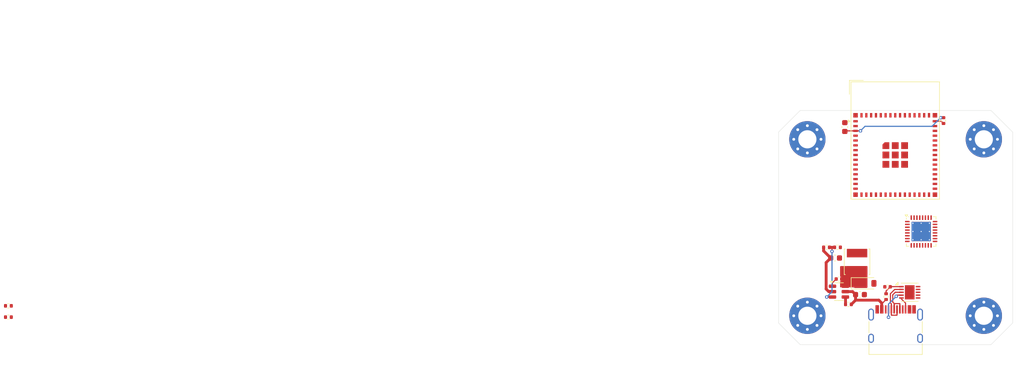
<source format=kicad_pcb>
(kicad_pcb (version 20240108) (generator "pcbnew") (generator_version "8.0")
  (layers (0 "F.Cu" signal) (31 "B.Cu" signal) (34 "B.Paste" user) (35 "F.Paste" user) (36 "B.SilkS" user "B.Silkscreen") (37 "F.SilkS" user "F.Silkscreen") (38 "B.Mask" user) (39 "F.Mask" user) (44 "Edge.Cuts" user))
  (net 0 "")
  (net 1 "GND")
  (net 3 "D+")
  (net 4 "VBUS")
  (net 5 "D-")
  (net 6 "/USB Power/CC2")
  (net 7 "/USB Power/CC1")
  (net 9 "Net-(U3-VIN)")
  (net 10 "+3V3")
  (net 11 "SDA")
  (net 12 "SCL")
  (net 13 "Net-(U1-EN)")
  (net 14 "Net-(D1-K)")
  (net 17 "Net-(IC1-CB)")
  (net 18 "Net-(IC1-EN)")
  (net 19 "Net-(U1-IO0)")
  (net 21 "TX")
  (net 25 "RX")
  (net 30 "FB")
  (net 34 "MS2_1")
  (net 39 "UART")
  (net 42 "CLK")
  (net 44 "+5V")
  (net 45 "OB2")
  (net 47 "OA2")
  (net 49 "OB1")
  (net 56 "MS1_1")
  (net 57 "DIR1")
  (net 58 "OA1")
  (net 59 "DIAG1")
  (net 60 "Net-(U2-VCP)")
  (net 61 "Net-(U2-VREF)")
  (net 62 "EN1")
  (net 63 "INDEX1")
  (net 64 "Net-(U2-BRA)")
  (net 65 "Net-(U2-CPI)")
  (net 66 "Net-(U2-CPO)")
  (net 67 "Net-(U2-BRB)")
  (net 68 "STEP1")
  (footprint "Capacitor_SMD:C_0603_1608Metric" (layer "F.Cu") (at 217.551 95.9602 180)
    (property "Reference" "C11" (hide yes))
    (property "Value" "4u7")
    (fp_line (start -0.140581 0.51) (end 0.140581 0.51) (stroke (width 0.12)) (layer "F.SilkS"))
    (fp_line (start -0.140581 -0.51) (end 0.140581 -0.51) (stroke (width 0.12)) (layer "F.SilkS"))
    (pad "1" smd roundrect (at -0.775 0 180) (size 0.9 0.95) (layers "F.Cu" "F.Paste" "F.Mask") (net 1 "GND"))
    (pad "2" smd roundrect (at 0.775 0 180) (size 0.9 0.95) (layers "F.Cu" "F.Paste" "F.Mask") (net 4 "VBUS"))
  )
  (footprint "Resistor_SMD:R_0402_1005Metric" (layer "F.Cu") (at 215.519 97.6874)
    (property "Reference" "R10" (hide yes))
    (property "Value" "100k")
    (fp_line (start -0.153641 -0.38) (end 0.153641 -0.38) (stroke (width 0.12)) (layer "F.SilkS"))
    (fp_line (start -0.153641 0.38) (end 0.153641 0.38) (stroke (width 0.12)) (layer "F.SilkS"))
    (pad "1" smd roundrect (at -0.509999 0) (size 0.54 0.64) (layers "F.Cu" "F.Paste" "F.Mask") (net 18 "Net-(IC1-EN)"))
    (pad "2" smd roundrect (at 0.509999 0) (size 0.54 0.64) (layers "F.Cu" "F.Paste" "F.Mask") (net 4 "VBUS"))
  )
  (footprint "RF_Module:ESP32-S2-MINI-1" (layer "F.Cu") (at 223.774 68.795)
    (property "Reference" "U1" (hide yes))
    (property "Value" "ESP32-S3-MINI-1")
    (fp_line (start -8.075 -10.6) (end -8.075 -8.15) (stroke (width 0.12)) (layer "F.SilkS"))
    (fp_line (start -8.075 -10.6) (end -5.625 -10.6) (stroke (width 0.12)) (layer "F.SilkS"))
    (fp_line (start -7.8 -10.35) (end 7.8 -10.35) (stroke (width 0.12)) (layer "F.SilkS"))
    (fp_line (start -7.8 10.35) (end -7.8 -10.35) (stroke (width 0.12)) (layer "F.SilkS"))
    (fp_line (start 7.8 -10.35) (end 7.8 10.35) (stroke (width 0.12)) (layer "F.SilkS"))
    (fp_line (start 7.8 10.35) (end -7.8 10.35) (stroke (width 0.12)) (layer "F.SilkS"))
    (fp_poly (pts (xy -7.975 -3.4) (xy -8.311 -3.16) (xy -8.311 -3.64) (xy -7.975 -3.4)) (stroke (width 0.12)) (fill solid) (layer "F.SilkS"))
    (pad "1" smd rect (at -7 -3.4) (size 0.8 0.4) (layers "F.Cu" "F.Paste" "F.Mask") (net 1 "GND"))
    (pad "2" smd rect (at -7 -2.55) (size 0.8 0.4) (layers "F.Cu" "F.Paste" "F.Mask") (net 1 "GND"))
    (pad "3" smd rect (at -7 -1.7) (size 0.8 0.4) (layers "F.Cu" "F.Paste" "F.Mask") (net 10 "+3V3"))
    (pad "4" smd rect (at -7 -0.85) (size 0.8 0.4) (layers "F.Cu" "F.Paste" "F.Mask") (net 19 "Net-(U1-IO0)"))
    (pad "5" smd rect (at -7 0) (size 0.8 0.4) (layers "F.Cu" "F.Paste" "F.Mask") (net 56 "MS1_1"))
    (pad "6" smd rect (at -7 0.85) (size 0.8 0.4) (layers "F.Cu" "F.Paste" "F.Mask") (net 34 "MS2_1"))
    (pad "7" smd rect (at -7 1.7) (size 0.8 0.4) (layers "F.Cu" "F.Paste" "F.Mask"))
    (pad "8" smd rect (at -7 2.55) (size 0.8 0.4) (layers "F.Cu" "F.Paste" "F.Mask") (net 68 "STEP1"))
    (pad "9" smd rect (at -7 3.4) (size 0.8 0.4) (layers "F.Cu" "F.Paste" "F.Mask") (net 57 "DIR1"))
    (pad "10" smd rect (at -7 4.25) (size 0.8 0.4) (layers "F.Cu" "F.Paste" "F.Mask"))
    (pad "11" smd rect (at -7 5.1) (size 0.8 0.4) (layers "F.Cu" "F.Paste" "F.Mask") (net 59 "DIAG1"))
    (pad "12" smd rect (at -7 5.95) (size 0.8 0.4) (layers "F.Cu" "F.Paste" "F.Mask") (net 63 "INDEX1"))
    (pad "13" smd rect (at -7 6.8) (size 0.8 0.4) (layers "F.Cu" "F.Paste" "F.Mask"))
    (pad "14" smd rect (at -7 7.65) (size 0.8 0.4) (layers "F.Cu" "F.Paste" "F.Mask") (net 62 "EN1"))
    (pad "15" smd rect (at -7 8.5) (size 0.8 0.4) (layers "F.Cu" "F.Paste" "F.Mask"))
    (pad "16" smd rect (at -5.95 9.55 90) (size 0.8 0.4) (layers "F.Cu" "F.Paste" "F.Mask") (net 39 "UART"))
    (pad "17" smd rect (at -5.1 9.55 90) (size 0.8 0.4) (layers "F.Cu" "F.Paste" "F.Mask") (net 42 "CLK"))
    (pad "18" smd rect (at -4.25 9.55 90) (size 0.8 0.4) (layers "F.Cu" "F.Paste" "F.Mask"))
    (pad "19" smd rect (at -3.4 9.55 90) (size 0.8 0.4) (layers "F.Cu" "F.Paste" "F.Mask"))
    (pad "20" smd rect (at -2.55 9.55 90) (size 0.8 0.4) (layers "F.Cu" "F.Paste" "F.Mask"))
    (pad "21" smd rect (at -1.7 9.55 90) (size 0.8 0.4) (layers "F.Cu" "F.Paste" "F.Mask"))
    (pad "22" smd rect (at -0.85 9.55 90) (size 0.8 0.4) (layers "F.Cu" "F.Paste" "F.Mask"))
    (pad "23" smd rect (at 0 9.55 90) (size 0.8 0.4) (layers "F.Cu" "F.Paste" "F.Mask"))
    (pad "24" smd rect (at 0.85 9.55 90) (size 0.8 0.4) (layers "F.Cu" "F.Paste" "F.Mask"))
    (pad "25" smd rect (at 1.7 9.55 90) (size 0.8 0.4) (layers "F.Cu" "F.Paste" "F.Mask"))
    (pad "26" smd rect (at 2.55 9.55 90) (size 0.8 0.4) (layers "F.Cu" "F.Paste" "F.Mask"))
    (pad "27" smd rect (at 3.4 9.55 90) (size 0.8 0.4) (layers "F.Cu" "F.Paste" "F.Mask"))
    (pad "28" smd rect (at 4.25 9.55 90) (size 0.8 0.4) (layers "F.Cu" "F.Paste" "F.Mask"))
    (pad "29" smd rect (at 5.1 9.55 90) (size 0.8 0.4) (layers "F.Cu" "F.Paste" "F.Mask"))
    (pad "30" smd rect (at 5.95 9.55 90) (size 0.8 0.4) (layers "F.Cu" "F.Paste" "F.Mask"))
    (pad "31" smd rect (at 7 8.5) (size 0.8 0.4) (layers "F.Cu" "F.Paste" "F.Mask"))
    (pad "32" smd rect (at 7 7.65) (size 0.8 0.4) (layers "F.Cu" "F.Paste" "F.Mask"))
    (pad "33" smd rect (at 7 6.8) (size 0.8 0.4) (layers "F.Cu" "F.Paste" "F.Mask"))
    (pad "34" smd rect (at 7 5.95) (size 0.8 0.4) (layers "F.Cu" "F.Paste" "F.Mask"))
    (pad "35" smd rect (at 7 5.1) (size 0.8 0.4) (layers "F.Cu" "F.Paste" "F.Mask"))
    (pad "36" smd rect (at 7 4.25) (size 0.8 0.4) (layers "F.Cu" "F.Paste" "F.Mask"))
    (pad "37" smd rect (at 7 3.4) (size 0.8 0.4) (layers "F.Cu" "F.Paste" "F.Mask"))
    (pad "38" smd rect (at 7 2.55) (size 0.8 0.4) (layers "F.Cu" "F.Paste" "F.Mask"))
    (pad "39" smd rect (at 7 1.7) (size 0.8 0.4) (layers "F.Cu" "F.Paste" "F.Mask") (net 21 "TX"))
    (pad "40" smd rect (at 7 0.85) (size 0.8 0.4) (layers "F.Cu" "F.Paste" "F.Mask") (net 25 "RX"))
    (pad "41" smd rect (at 7 0) (size 0.8 0.4) (layers "F.Cu" "F.Paste" "F.Mask"))
    (pad "42" smd rect (at 7 -0.85) (size 0.8 0.4) (layers "F.Cu" "F.Paste" "F.Mask") (net 1 "GND"))
    (pad "43" smd rect (at 7 -1.7) (size 0.8 0.4) (layers "F.Cu" "F.Paste" "F.Mask") (net 1 "GND"))
    (pad "44" smd rect (at 7 -2.55) (size 0.8 0.4) (layers "F.Cu" "F.Paste" "F.Mask"))
    (pad "45" smd rect (at 7 -3.4) (size 0.8 0.4) (layers "F.Cu" "F.Paste" "F.Mask") (net 13 "Net-(U1-EN)"))
    (pad "46" smd rect (at 5.95 -4.45 90) (size 0.8 0.4) (layers "F.Cu" "F.Paste" "F.Mask") (net 1 "GND"))
    (pad "47" smd rect (at 5.1 -4.45 90) (size 0.8 0.4) (layers "F.Cu" "F.Paste" "F.Mask") (net 1 "GND"))
    (pad "48" smd rect (at 4.25 -4.45 90) (size 0.8 0.4) (layers "F.Cu" "F.Paste" "F.Mask") (net 1 "GND"))
    (pad "49" smd rect (at 3.4 -4.45 90) (size 0.8 0.4) (layers "F.Cu" "F.Paste" "F.Mask") (net 1 "GND"))
    (pad "50" smd rect (at 2.55 -4.45 90) (size 0.8 0.4) (layers "F.Cu" "F.Paste" "F.Mask") (net 1 "GND"))
    (pad "51" smd rect (at 1.7 -4.45 90) (size 0.8 0.4) (layers "F.Cu" "F.Paste" "F.Mask") (net 1 "GND"))
    (pad "52" smd rect (at 0.85 -4.45 90) (size 0.8 0.4) (layers "F.Cu" "F.Paste" "F.Mask") (net 1 "GND"))
    (pad "53" smd rect (at 0 -4.45 90) (size 0.8 0.4) (layers "F.Cu" "F.Paste" "F.Mask") (net 1 "GND"))
    (pad "54" smd rect (at -0.85 -4.45 90) (size 0.8 0.4) (layers "F.Cu" "F.Paste" "F.Mask") (net 1 "GND"))
    (pad "55" smd rect (at -1.7 -4.45 90) (size 0.8 0.4) (layers "F.Cu" "F.Paste" "F.Mask") (net 1 "GND"))
    (pad "56" smd rect (at -2.55 -4.45 90) (size 0.8 0.4) (layers "F.Cu" "F.Paste" "F.Mask") (net 1 "GND"))
    (pad "57" smd rect (at -3.4 -4.45 90) (size 0.8 0.4) (layers "F.Cu" "F.Paste" "F.Mask") (net 1 "GND"))
    (pad "58" smd rect (at -4.25 -4.45 90) (size 0.8 0.4) (layers "F.Cu" "F.Paste" "F.Mask") (net 1 "GND"))
    (pad "59" smd rect (at -5.1 -4.45 90) (size 0.8 0.4) (layers "F.Cu" "F.Paste" "F.Mask") (net 1 "GND"))
    (pad "60" smd rect (at -5.95 -4.45 90) (size 0.8 0.4) (layers "F.Cu" "F.Paste" "F.Mask") (net 1 "GND"))
    (pad "61" smd roundrect (at -1.65 0.9) (size 1.2 1.2) (layers "F.Cu" "F.Paste" "F.Mask") (roundrect_rratio 0) (chamfer_ratio 0.33) (chamfer top_left) (net 1 "GND"))
    (pad "61" smd rect (at -1.65 2.55) (size 1.2 1.2) (layers "F.Cu" "F.Paste" "F.Mask") (net 1 "GND"))
    (pad "61" smd rect (at -1.65 4.2) (size 1.2 1.2) (layers "F.Cu" "F.Paste" "F.Mask") (net 1 "GND"))
    (pad "61" smd rect (at 0 0.9) (size 1.2 1.2) (layers "F.Cu" "F.Paste" "F.Mask") (net 1 "GND"))
    (pad "61" smd rect (at 0 2.55) (size 1.2 1.2) (layers "F.Cu" "F.Paste" "F.Mask") (net 1 "GND"))
    (pad "61" smd rect (at 0 4.2) (size 1.2 1.2) (layers "F.Cu" "F.Paste" "F.Mask") (net 1 "GND"))
    (pad "61" smd rect (at 1.65 0.9) (size 1.2 1.2) (layers "F.Cu" "F.Paste" "F.Mask") (net 1 "GND"))
    (pad "61" smd rect (at 1.65 2.55) (size 1.2 1.2) (layers "F.Cu" "F.Paste" "F.Mask") (net 1 "GND"))
    (pad "61" smd rect (at 1.65 4.2) (size 1.2 1.2) (layers "F.Cu" "F.Paste" "F.Mask") (net 1 "GND"))
    (pad "62" smd rect (at -7 -4.45) (size 0.8 0.8) (layers "F.Cu" "F.Paste" "F.Mask") (net 1 "GND"))
    (pad "63" smd rect (at -7 9.55) (size 0.8 0.8) (layers "F.Cu" "F.Paste" "F.Mask") (net 1 "GND"))
    (pad "64" smd rect (at 7 9.55) (size 0.8 0.8) (layers "F.Cu" "F.Paste" "F.Mask") (net 1 "GND"))
    (pad "65" smd rect (at 7 -4.45) (size 0.8 0.8) (layers "F.Cu" "F.Paste" "F.Mask") (net 1 "GND"))
    (zone (net 0) (net_name "") (layers "*.Cu") (name "Antenna") (connect_pads (clearance 0)) (min_thickness 0.254)
      (keepout (tracks not_allowed) (vias not_allowed) (pads not_allowed) (copperpour not_allowed) (footprints not_allowed))
      (fill (thermal_gap 0.508) (thermal_bridge_width 0.508))
      (polygon (pts (xy 246.474 63.545) (xy 201.074 63.545) (xy 201.074 44.045) (xy 246.474 44.045)))
    )
  )
  (footprint "Capacitor_SMD:C_0603_1608Metric" (layer "F.Cu") (at 214.884 66.421 90)
    (property "Reference" "C2" (hide yes))
    (property "Value" "10u")
    (fp_line (start -0.140581 -0.51) (end 0.140581 -0.51) (stroke (width 0.12)) (layer "F.SilkS"))
    (fp_line (start -0.140581 0.51) (end 0.140581 0.51) (stroke (width 0.12)) (layer "F.SilkS"))
    (pad "1" smd roundrect (at -0.775 0 90) (size 0.9 0.95) (layers "F.Cu" "F.Paste" "F.Mask") (net 10 "+3V3"))
    (pad "2" smd roundrect (at 0.775 0 90) (size 0.9 0.95) (layers "F.Cu" "F.Paste" "F.Mask") (net 1 "GND"))
  )
  (footprint "Capacitor_SMD:C_0603_1608Metric" (layer "F.Cu") (at 213.1692 89.5086)
    (property "Reference" "C12" (hide yes))
    (property "Value" "10u")
    (fp_line (start -0.140581 -0.51) (end 0.140581 -0.51) (stroke (width 0.12)) (layer "F.SilkS"))
    (fp_line (start -0.140581 0.51) (end 0.140581 0.51) (stroke (width 0.12)) (layer "F.SilkS"))
    (pad "1" smd roundrect (at -0.775 0) (size 0.9 0.95) (layers "F.Cu" "F.Paste" "F.Mask") (net 1 "GND"))
    (pad "2" smd roundrect (at 0.775 0) (size 0.9 0.95) (layers "F.Cu" "F.Paste" "F.Mask") (net 10 "+3V3"))
  )
  (footprint "Resistor_SMD:R_0402_1005Metric" (layer "F.Cu") (at 67.4136 99.9324)
    (property "Reference" "R3" (hide yes))
    (property "Value" "4k7")
    (fp_line (start -0.153641 -0.38) (end 0.153641 -0.38) (stroke (width 0.12)) (layer "F.SilkS"))
    (fp_line (start -0.153641 0.38) (end 0.153641 0.38) (stroke (width 0.12)) (layer "F.SilkS"))
    (pad "1" smd roundrect (at -0.51 0) (size 0.54 0.64) (layers "F.Cu" "F.Paste" "F.Mask") (net 12 "SCL"))
    (pad "2" smd roundrect (at 0.51 0) (size 0.54 0.64) (layers "F.Cu" "F.Paste" "F.Mask") (net 10 "+3V3"))
  )
  (footprint "Capacitor_SMD:C_0402_1005Metric" (layer "F.Cu") (at 222.4151 94.5896)
    (property "Reference" "C1" (hide yes))
    (property "Value" "1u")
    (fp_line (start -0.107836 -0.36) (end 0.107836 -0.36) (stroke (width 0.12)) (layer "F.SilkS"))
    (fp_line (start -0.107836 0.36) (end 0.107836 0.36) (stroke (width 0.12)) (layer "F.SilkS"))
    (pad "1" smd roundrect (at -0.48 0) (size 0.56 0.62) (layers "F.Cu" "F.Paste" "F.Mask") (net 1 "GND"))
    (pad "2" smd roundrect (at 0.48 0) (size 0.56 0.62) (layers "F.Cu" "F.Paste" "F.Mask") (net 9 "Net-(U3-VIN)"))
  )
  (footprint "MountingHole:MountingHole_3.2mm_M3_Pad_Via" (layer "F.Cu") (at 239.395 99.695)
    (property "Reference" "REF**" (hide yes))
    (property "Value" "MountingHole_3.2mm_M3_Pad_Via" (hide yes))
    (pad "1" thru_hole circle (at -2.4 0) (size 0.8 0.8) (drill 0.5) (layers "*.Cu" "*.Mask"))
    (pad "1" thru_hole circle (at -1.697056 -1.697056) (size 0.8 0.8) (drill 0.5) (layers "*.Cu" "*.Mask"))
    (pad "1" thru_hole circle (at -1.697056 1.697056) (size 0.8 0.8) (drill 0.5) (layers "*.Cu" "*.Mask"))
    (pad "1" thru_hole circle (at 0 -2.4) (size 0.8 0.8) (drill 0.5) (layers "*.Cu" "*.Mask"))
    (pad "1" thru_hole circle (at 0 0) (size 6.4 6.4) (drill 3.2) (layers "*.Cu" "*.Mask") (net 1 "GND"))
    (pad "1" thru_hole circle (at 0 2.4) (size 0.8 0.8) (drill 0.5) (layers "*.Cu" "*.Mask"))
    (pad "1" thru_hole circle (at 1.697056 -1.697056) (size 0.8 0.8) (drill 0.5) (layers "*.Cu" "*.Mask"))
    (pad "1" thru_hole circle (at 1.697056 1.697056) (size 0.8 0.8) (drill 0.5) (layers "*.Cu" "*.Mask"))
    (pad "1" thru_hole circle (at 2.4 0) (size 0.8 0.8) (drill 0.5) (layers "*.Cu" "*.Mask"))
  )
  (footprint "Capacitor_SMD:C_0402_1005Metric" (layer "F.Cu") (at 213.8426 93.217)
    (property "Reference" "C10" (hide yes))
    (property "Value" "100n")
    (fp_line (start -0.107836 -0.36) (end 0.107836 -0.36) (stroke (width 0.12)) (layer "F.SilkS"))
    (fp_line (start -0.107836 0.36) (end 0.107836 0.36) (stroke (width 0.12)) (layer "F.SilkS"))
    (pad "1" smd roundrect (at -0.48 0) (size 0.56 0.62) (layers "F.Cu" "F.Paste" "F.Mask") (net 17 "Net-(IC1-CB)"))
    (pad "2" smd roundrect (at 0.48 0) (size 0.56 0.62) (layers "F.Cu" "F.Paste" "F.Mask") (net 14 "Net-(D1-K)"))
  )
  (footprint "MountingHole:MountingHole_3.2mm_M3_Pad_Via" (layer "F.Cu") (at 208.28 99.695)
    (property "Reference" "REF**" (hide yes))
    (property "Value" "MountingHole_3.2mm_M3_Pad_Via" (hide yes))
    (pad "1" thru_hole circle (at -2.4 0) (size 0.8 0.8) (drill 0.5) (layers "*.Cu" "*.Mask"))
    (pad "1" thru_hole circle (at -1.697056 -1.697056) (size 0.8 0.8) (drill 0.5) (layers "*.Cu" "*.Mask"))
    (pad "1" thru_hole circle (at -1.697056 1.697056) (size 0.8 0.8) (drill 0.5) (layers "*.Cu" "*.Mask"))
    (pad "1" thru_hole circle (at 0 -2.4) (size 0.8 0.8) (drill 0.5) (layers "*.Cu" "*.Mask"))
    (pad "1" thru_hole circle (at 0 0) (size 6.4 6.4) (drill 3.2) (layers "*.Cu" "*.Mask") (net 1 "GND"))
    (pad "1" thru_hole circle (at 0 2.4) (size 0.8 0.8) (drill 0.5) (layers "*.Cu" "*.Mask"))
    (pad "1" thru_hole circle (at 1.697056 -1.697056) (size 0.8 0.8) (drill 0.5) (layers "*.Cu" "*.Mask"))
    (pad "1" thru_hole circle (at 1.697056 1.697056) (size 0.8 0.8) (drill 0.5) (layers "*.Cu" "*.Mask"))
    (pad "1" thru_hole circle (at 2.4 0) (size 0.8 0.8) (drill 0.5) (layers "*.Cu" "*.Mask"))
  )
  (footprint "Package_DFN_QFN:DFN-10-1EP_3x3mm_P0.5mm_EP1.7x2.5mm" (layer "F.Cu") (at 226.3267 95.5548)
    (property "Reference" "U3" (hide yes))
    (property "Value" "~")
    (fp_line (start -1.5 -1.61) (end 1.5 -1.61) (stroke (width 0.12)) (layer "F.SilkS"))
    (fp_line (start -1.5 1.61) (end 1.5 1.61) (stroke (width 0.12)) (layer "F.SilkS"))
    (fp_poly (pts (xy -2.05 -1.3) (xy -2.53 -1.3) (xy -2.05 -1.78) (xy -2.05 -1.3)) (stroke (width 0.12)) (fill solid) (layer "F.SilkS"))
    (pad "1" smd roundrect (at -1.4625 -1) (size 0.825 0.25) (layers "F.Cu" "F.Paste" "F.Mask") (net 9 "Net-(U3-VIN)"))
    (pad "2" smd roundrect (at -1.4625 -0.5) (size 0.825 0.25) (layers "F.Cu" "F.Paste" "F.Mask") (net 3 "D+"))
    (pad "3" smd roundrect (at -1.4625 0) (size 0.825 0.25) (layers "F.Cu" "F.Paste" "F.Mask") (net 5 "D-"))
    (pad "4" smd roundrect (at -1.4625 0.5) (size 0.825 0.25) (layers "F.Cu" "F.Paste" "F.Mask") (net 7 "/USB Power/CC1"))
    (pad "5" smd roundrect (at -1.4625 1) (size 0.825 0.25) (layers "F.Cu" "F.Paste" "F.Mask") (net 6 "/USB Power/CC2"))
    (pad "6" smd roundrect (at 1.4625 1) (size 0.825 0.25) (layers "F.Cu" "F.Paste" "F.Mask") (net 11 "SDA"))
    (pad "7" smd roundrect (at 1.4625 0.5) (size 0.825 0.25) (layers "F.Cu" "F.Paste" "F.Mask") (net 12 "SCL"))
    (pad "8" smd roundrect (at 1.4625 0) (size 0.825 0.25) (layers "F.Cu" "F.Paste" "F.Mask"))
    (pad "9" smd roundrect (at 1.4625 -0.5) (size 0.825 0.25) (layers "F.Cu" "F.Paste" "F.Mask"))
    (pad "10" smd roundrect (at 1.4625 -1) (size 0.825 0.25) (layers "F.Cu" "F.Paste" "F.Mask"))
    (pad "11" smd rect (at 0 0) (size 1.7 2.5) (property pad_prop_heatsink) (layers "F.Cu" "F.Mask") (net 1 "GND"))
  )
  (footprint "Package_TO_SOT_SMD:SOT-23-6" (layer "F.Cu") (at 213.8426 95.4381)
    (property "Reference" "IC1" (hide yes))
    (property "Value" "SSP9451")
    (fp_line (start 0 -1.560001) (end -0.8 -1.56) (stroke (width 0.12)) (layer "F.SilkS"))
    (fp_line (start 0 -1.560001) (end 0.8 -1.56) (stroke (width 0.12)) (layer "F.SilkS"))
    (fp_line (start 0 1.560001) (end -0.8 1.56) (stroke (width 0.12)) (layer "F.SilkS"))
    (fp_line (start 0 1.560001) (end 0.8 1.56) (stroke (width 0.12)) (layer "F.SilkS"))
    (fp_poly (pts (xy -1.3 -1.51) (xy -1.54 -1.84) (xy -1.06 -1.84) (xy -1.3 -1.51)) (stroke (width 0.12)) (fill solid) (layer "F.SilkS"))
    (pad "1" smd roundrect (at -1.1375 -0.949999) (size 1.325 0.6) (layers "F.Cu" "F.Paste" "F.Mask") (net 17 "Net-(IC1-CB)"))
    (pad "2" smd roundrect (at -1.1375 0) (size 1.325 0.6) (layers "F.Cu" "F.Paste" "F.Mask") (net 1 "GND"))
    (pad "3" smd roundrect (at -1.1375 0.949999) (size 1.325 0.6) (layers "F.Cu" "F.Paste" "F.Mask") (net 30 "FB"))
    (pad "4" smd roundrect (at 1.1375 0.949999) (size 1.325 0.6) (layers "F.Cu" "F.Paste" "F.Mask") (net 18 "Net-(IC1-EN)"))
    (pad "5" smd roundrect (at 1.1375 0) (size 1.325 0.6) (layers "F.Cu" "F.Paste" "F.Mask") (net 4 "VBUS"))
    (pad "6" smd roundrect (at 1.1375 -0.949999) (size 1.325 0.6) (layers "F.Cu" "F.Paste" "F.Mask") (net 14 "Net-(D1-K)"))
  )
  (footprint "Resistor_SMD:R_0402_1005Metric" (layer "F.Cu") (at 232.283 65.278 90)
    (property "Reference" "R4" (hide yes))
    (property "Value" "10k")
    (fp_line (start -0.153641 -0.38) (end 0.153641 -0.38) (stroke (width 0.12)) (layer "F.SilkS"))
    (fp_line (start -0.153641 0.38) (end 0.153641 0.38) (stroke (width 0.12)) (layer "F.SilkS"))
    (pad "1" smd roundrect (at -0.509999 0 90) (size 0.54 0.64) (layers "F.Cu" "F.Paste" "F.Mask") (net 13 "Net-(U1-EN)"))
    (pad "2" smd roundrect (at 0.509999 0 90) (size 0.54 0.64) (layers "F.Cu" "F.Paste" "F.Mask") (net 10 "+3V3"))
  )
  (footprint "MountingHole:MountingHole_3.2mm_M3_Pad_Via" (layer "F.Cu") (at 208.28 68.58)
    (property "Reference" "REF**" (hide yes))
    (property "Value" "MountingHole_3.2mm_M3_Pad_Via" (hide yes))
    (pad "1" thru_hole circle (at -2.4 0) (size 0.8 0.8) (drill 0.5) (layers "*.Cu" "*.Mask"))
    (pad "1" thru_hole circle (at -1.697056 -1.697056) (size 0.8 0.8) (drill 0.5) (layers "*.Cu" "*.Mask"))
    (pad "1" thru_hole circle (at -1.697056 1.697056) (size 0.8 0.8) (drill 0.5) (layers "*.Cu" "*.Mask"))
    (pad "1" thru_hole circle (at 0 -2.4) (size 0.8 0.8) (drill 0.5) (layers "*.Cu" "*.Mask"))
    (pad "1" thru_hole circle (at 0 0) (size 6.4 6.4) (drill 3.2) (layers "*.Cu" "*.Mask") (net 1 "GND"))
    (pad "1" thru_hole circle (at 0 2.4) (size 0.8 0.8) (drill 0.5) (layers "*.Cu" "*.Mask"))
    (pad "1" thru_hole circle (at 1.697056 -1.697056) (size 0.8 0.8) (drill 0.5) (layers "*.Cu" "*.Mask"))
    (pad "1" thru_hole circle (at 1.697056 1.697056) (size 0.8 0.8) (drill 0.5) (layers "*.Cu" "*.Mask"))
    (pad "1" thru_hole circle (at 2.4 0) (size 0.8 0.8) (drill 0.5) (layers "*.Cu" "*.Mask"))
  )
  (footprint "Diode_SMD:D_SOD-123" (layer "F.Cu") (at 218.363801 93.979)
    (property "Reference" "D1" (hide yes))
    (property "Value" "D")
    (fp_line (start -2.36 -1) (end -2.36 1) (stroke (width 0.12)) (layer "F.SilkS"))
    (fp_line (start -2.36 -1) (end 1.65 -1) (stroke (width 0.12)) (layer "F.SilkS"))
    (fp_line (start -2.36 1) (end 1.65 1) (stroke (width 0.12)) (layer "F.SilkS"))
    (pad "1" smd roundrect (at -1.65 0) (size 0.9 1.2) (layers "F.Cu" "F.Paste" "F.Mask") (net 14 "Net-(D1-K)"))
    (pad "2" smd roundrect (at 1.65 0) (size 0.9 1.2) (layers "F.Cu" "F.Paste" "F.Mask") (net 1 "GND"))
  )
  (footprint "Resistor_SMD:R_0402_1005Metric" (layer "F.Cu") (at 67.4136 97.9424)
    (property "Reference" "R2" (hide yes))
    (property "Value" "4k7")
    (fp_line (start -0.153641 -0.38) (end 0.153641 -0.38) (stroke (width 0.12)) (layer "F.SilkS"))
    (fp_line (start -0.153641 0.38) (end 0.153641 0.38) (stroke (width 0.12)) (layer "F.SilkS"))
    (pad "1" smd roundrect (at -0.51 0) (size 0.54 0.64) (layers "F.Cu" "F.Paste" "F.Mask") (net 11 "SDA"))
    (pad "2" smd roundrect (at 0.51 0) (size 0.54 0.64) (layers "F.Cu" "F.Paste" "F.Mask") (net 10 "+3V3"))
  )
  (footprint "Resistor_SMD:R_0402_1005Metric" (layer "F.Cu") (at 222.1611 96.3168 -90)
    (property "Reference" "R1" (hide yes))
    (property "Value" "10r")
    (fp_line (start -0.153641 0.38) (end 0.153641 0.38) (stroke (width 0.12)) (layer "F.SilkS"))
    (fp_line (start -0.153641 -0.38) (end 0.153641 -0.38) (stroke (width 0.12)) (layer "F.SilkS"))
    (pad "1" smd roundrect (at -0.509999 0 270) (size 0.54 0.64) (layers "F.Cu" "F.Paste" "F.Mask") (net 9 "Net-(U3-VIN)"))
    (pad "2" smd roundrect (at 0.509999 0 270) (size 0.54 0.64) (layers "F.Cu" "F.Paste" "F.Mask") (net 4 "VBUS"))
  )
  (footprint "MountingHole:MountingHole_3.2mm_M3_Pad_Via" (layer "F.Cu") (at 239.395 68.58)
    (property "Reference" "REF**" (hide yes))
    (property "Value" "MountingHole_3.2mm_M3_Pad_Via" (hide yes))
    (pad "1" thru_hole circle (at -2.4 0) (size 0.8 0.8) (drill 0.5) (layers "*.Cu" "*.Mask"))
    (pad "1" thru_hole circle (at -1.697056 -1.697056) (size 0.8 0.8) (drill 0.5) (layers "*.Cu" "*.Mask"))
    (pad "1" thru_hole circle (at -1.697056 1.697056) (size 0.8 0.8) (drill 0.5) (layers "*.Cu" "*.Mask"))
    (pad "1" thru_hole circle (at 0 -2.4) (size 0.8 0.8) (drill 0.5) (layers "*.Cu" "*.Mask"))
    (pad "1" thru_hole circle (at 0 0) (size 6.4 6.4) (drill 3.2) (layers "*.Cu" "*.Mask") (net 1 "GND"))
    (pad "1" thru_hole circle (at 0 2.4) (size 0.8 0.8) (drill 0.5) (layers "*.Cu" "*.Mask"))
    (pad "1" thru_hole circle (at 1.697056 -1.697056) (size 0.8 0.8) (drill 0.5) (layers "*.Cu" "*.Mask"))
    (pad "1" thru_hole circle (at 1.697056 1.697056) (size 0.8 0.8) (drill 0.5) (layers "*.Cu" "*.Mask"))
    (pad "1" thru_hole circle (at 2.4 0) (size 0.8 0.8) (drill 0.5) (layers "*.Cu" "*.Mask"))
  )
  (footprint "Resistor_SMD:R_0402_1005Metric" (layer "F.Cu") (at 213.5886 87.629)
    (property "Reference" "R5" (hide yes))
    (property "Value" "124k")
    (fp_line (start -0.153641 -0.38) (end 0.153641 -0.38) (stroke (width 0.12)) (layer "F.SilkS"))
    (fp_line (start -0.153641 0.38) (end 0.153641 0.38) (stroke (width 0.12)) (layer "F.SilkS"))
    (pad "1" smd roundrect (at -0.509999 0) (size 0.54 0.64) (layers "F.Cu" "F.Paste" "F.Mask") (net 30 "FB"))
    (pad "2" smd roundrect (at 0.509999 0) (size 0.54 0.64) (layers "F.Cu" "F.Paste" "F.Mask") (net 10 "+3V3"))
  )
  (footprint "Connector_USB:USB_C_Receptacle_HRO_TYPE-C-31-M-12" (layer "F.Cu") (at 223.8375 102.616)
    (property "Reference" "J1" (hide yes))
    (property "Value" "USB_C_Receptacle_USB2.0_16P")
    (fp_line (start -4.7 -1.9) (end -4.7 0.1) (stroke (width 0.12)) (layer "F.SilkS"))
    (fp_line (start -4.7 2) (end -4.7 3.9) (stroke (width 0.12)) (layer "F.SilkS"))
    (fp_line (start -4.7 3.9) (end 4.7 3.9) (stroke (width 0.12)) (layer "F.SilkS"))
    (fp_line (start 4.7 -1.9) (end 4.7 0.1) (stroke (width 0.12)) (layer "F.SilkS"))
    (fp_line (start 4.7 2) (end 4.7 3.9) (stroke (width 0.12)) (layer "F.SilkS"))
    (pad "" np_thru_hole circle (at -2.89 -2.6) (size 0.65 0.65) (drill 0.65) (layers "*.Cu" "*.Mask"))
    (pad "" np_thru_hole circle (at 2.89 -2.6) (size 0.65 0.65) (drill 0.65) (layers "*.Cu" "*.Mask"))
    (pad "A1" smd rect (at -3.25 -4.045) (size 0.6 1.45) (layers "F.Cu" "F.Paste" "F.Mask") (net 1 "GND"))
    (pad "A4" smd rect (at -2.45 -4.045) (size 0.6 1.45) (layers "F.Cu" "F.Paste" "F.Mask") (net 4 "VBUS"))
    (pad "A5" smd rect (at -1.25 -4.045) (size 0.3 1.45) (layers "F.Cu" "F.Paste" "F.Mask") (net 7 "/USB Power/CC1"))
    (pad "A6" smd rect (at -0.25 -4.045) (size 0.3 1.45) (layers "F.Cu" "F.Paste" "F.Mask") (net 5 "D-"))
    (pad "A7" smd rect (at 0.25 -4.045) (size 0.3 1.45) (layers "F.Cu" "F.Paste" "F.Mask") (net 3 "D+"))
    (pad "A8" smd rect (at 1.25 -4.045) (size 0.3 1.45) (layers "F.Cu" "F.Paste" "F.Mask"))
    (pad "A9" smd rect (at 2.45 -4.045) (size 0.6 1.45) (layers "F.Cu" "F.Paste" "F.Mask") (net 4 "VBUS"))
    (pad "A12" smd rect (at 3.25 -4.045) (size 0.6 1.45) (layers "F.Cu" "F.Paste" "F.Mask") (net 1 "GND"))
    (pad "B1" smd rect (at 3.25 -4.045) (size 0.6 1.45) (layers "F.Cu" "F.Paste" "F.Mask") (net 1 "GND"))
    (pad "B4" smd rect (at 2.45 -4.045) (size 0.6 1.45) (layers "F.Cu" "F.Paste" "F.Mask") (net 4 "VBUS"))
    (pad "B5" smd rect (at 1.75 -4.045) (size 0.3 1.45) (layers "F.Cu" "F.Paste" "F.Mask") (net 6 "/USB Power/CC2"))
    (pad "B6" smd rect (at 0.75 -4.045) (size 0.3 1.45) (layers "F.Cu" "F.Paste" "F.Mask") (net 5 "D-"))
    (pad "B7" smd rect (at -0.75 -4.045) (size 0.3 1.45) (layers "F.Cu" "F.Paste" "F.Mask") (net 3 "D+"))
    (pad "B8" smd rect (at -1.75 -4.045) (size 0.3 1.45) (layers "F.Cu" "F.Paste" "F.Mask"))
    (pad "B9" smd rect (at -2.45 -4.045) (size 0.6 1.45) (layers "F.Cu" "F.Paste" "F.Mask") (net 4 "VBUS"))
    (pad "B12" smd rect (at -3.25 -4.045) (size 0.6 1.45) (layers "F.Cu" "F.Paste" "F.Mask") (net 1 "GND"))
    (pad "S1" thru_hole oval (at -4.32 -3.13) (size 1 2.1) (drill oval 0.6 1.7) (layers "*.Cu" "*.Mask") (net 1 "GND"))
    (pad "S1" thru_hole oval (at -4.32 1.05) (size 1 1.6) (drill oval 0.6 1.2) (layers "*.Cu" "*.Mask") (net 1 "GND"))
    (pad "S1" thru_hole oval (at 4.32 -3.13) (size 1 2.1) (drill oval 0.6 1.7) (layers "*.Cu" "*.Mask") (net 1 "GND"))
    (pad "S1" thru_hole oval (at 4.32 1.05) (size 1 1.6) (drill oval 0.6 1.2) (layers "*.Cu" "*.Mask") (net 1 "GND"))
  )
  (footprint "Resistor_SMD:R_0402_1005Metric" (layer "F.Cu") (at 211.658199 87.629)
    (property "Reference" "R6" (hide yes))
    (property "Value" "40k2")
    (fp_line (start -0.153641 -0.38) (end 0.153641 -0.38) (stroke (width 0.12)) (layer "F.SilkS"))
    (fp_line (start -0.153641 0.38) (end 0.153641 0.38) (stroke (width 0.12)) (layer "F.SilkS"))
    (pad "1" smd roundrect (at -0.509999 0) (size 0.54 0.64) (layers "F.Cu" "F.Paste" "F.Mask") (net 1 "GND"))
    (pad "2" smd roundrect (at 0.509999 0) (size 0.54 0.64) (layers "F.Cu" "F.Paste" "F.Mask") (net 30 "FB"))
  )
  (footprint "Inductor_SMD:L_Abracon_ASPI-0425" (layer "F.Cu") (at 217.043 90.169 90)
    (property "Reference" "L1" (hide yes))
    (property "Value" "3u3")
    (fp_line (start 2.26 -2.26) (end 2.26 -2.06) (stroke (width 0.12)) (layer "F.SilkS"))
    (fp_line (start -2.26 -2.26) (end 2.26 -2.26) (stroke (width 0.12)) (layer "F.SilkS"))
    (fp_line (start -2.26 -2.26) (end -2.26 -2.06) (stroke (width 0.12)) (layer "F.SilkS"))
    (fp_line (start 2.26 2.26) (end 2.26 2.06) (stroke (width 0.12)) (layer "F.SilkS"))
    (fp_line (start -2.26 2.26) (end -2.26 2.06) (stroke (width 0.12)) (layer "F.SilkS"))
    (fp_line (start -2.26 2.26) (end 2.26 2.26) (stroke (width 0.12)) (layer "F.SilkS"))
    (pad "1" smd rect (at -1.525 0 90) (size 1.5 3.6) (layers "F.Cu" "F.Paste" "F.Mask") (net 14 "Net-(D1-K)"))
    (pad "2" smd rect (at 1.525 0 90) (size 1.5 3.6) (layers "F.Cu" "F.Paste" "F.Mask") (net 10 "+3V3"))
  )
  (footprint "Package_DFN_QFN:TQFN-32-1EP_5x5mm_P0.5mm_EP3.4x3.4mm_ThermalVias" (layer "F.Cu") (at 228.346 84.836)
    (property "Reference" "U2" (hide yes))
    (property "Value" "TMC2208-LA")
    (fp_line (start -2.61 -2.135) (end -2.61 -2.37) (stroke (width 0.12)) (layer "F.SilkS"))
    (fp_line (start -2.61 2.61) (end -2.61 2.135) (stroke (width 0.12)) (layer "F.SilkS"))
    (fp_line (start -2.135 -2.61) (end -2.31 -2.61) (stroke (width 0.12)) (layer "F.SilkS"))
    (fp_line (start -2.135 2.61) (end -2.61 2.61) (stroke (width 0.12)) (layer "F.SilkS"))
    (fp_line (start 2.135 -2.61) (end 2.61 -2.61) (stroke (width 0.12)) (layer "F.SilkS"))
    (fp_line (start 2.135 2.61) (end 2.61 2.61) (stroke (width 0.12)) (layer "F.SilkS"))
    (fp_line (start 2.61 -2.61) (end 2.61 -2.135) (stroke (width 0.12)) (layer "F.SilkS"))
    (fp_line (start 2.61 2.61) (end 2.61 2.135) (stroke (width 0.12)) (layer "F.SilkS"))
    (fp_poly (pts (xy -2.61 -2.61) (xy -2.85 -2.94) (xy -2.37 -2.94) (xy -2.61 -2.61)) (stroke (width 0.12)) (fill solid) (layer "F.SilkS"))
    (pad "1" smd custom (at -2.4375 -1.75) (size 0.18636 0.18636) (layers "F.Cu" "F.Paste" "F.Mask") (net 45 "OB2") (options (clearance outline) (anchor circle)) (primitives (gr_poly (pts (xy -0.35 -0.0625) (xy 0.296612 -0.0625) (xy 0.35 -0.009112) (xy 0.35 0.0625) (xy -0.35 0.0625)) (width 0.125) (fill yes))))
    (pad "2" smd roundrect (at -2.4375 -1.25) (size 0.825 0.25) (layers "F.Cu" "F.Paste" "F.Mask") (net 62 "EN1"))
    (pad "3" smd roundrect (at -2.4375 -0.75) (size 0.825 0.25) (layers "F.Cu" "F.Paste" "F.Mask") (net 1 "GND"))
    (pad "4" smd roundrect (at -2.4375 -0.25) (size 0.825 0.25) (layers "F.Cu" "F.Paste" "F.Mask") (net 66 "Net-(U2-CPO)"))
    (pad "5" smd roundrect (at -2.4375 0.25) (size 0.825 0.25) (layers "F.Cu" "F.Paste" "F.Mask") (net 65 "Net-(U2-CPI)"))
    (pad "6" smd roundrect (at -2.4375 0.75) (size 0.825 0.25) (layers "F.Cu" "F.Paste" "F.Mask") (net 60 "Net-(U2-VCP)"))
    (pad "7" smd roundrect (at -2.4375 1.25) (size 0.825 0.25) (layers "F.Cu" "F.Paste" "F.Mask"))
    (pad "8" smd custom (at -2.4375 1.75) (size 0.18636 0.18636) (layers "F.Cu" "F.Paste" "F.Mask") (net 44 "+5V") (options (clearance outline) (anchor circle)) (primitives (gr_poly (pts (xy -0.35 -0.0625) (xy 0.35 -0.0625) (xy 0.35 0.009112) (xy 0.296612 0.0625) (xy -0.35 0.0625)) (width 0.125) (fill yes))))
    (pad "9" smd custom (at -1.75 2.4375) (size 0.18636 0.18636) (layers "F.Cu" "F.Paste" "F.Mask") (net 56 "MS1_1") (options (clearance outline) (anchor circle)) (primitives (gr_poly (pts (xy -0.0625 -0.296612) (xy -0.009112 -0.35) (xy 0.0625 -0.35) (xy 0.0625 0.35) (xy -0.0625 0.35)) (width 0.125) (fill yes))))
    (pad "10" smd roundrect (at -1.25 2.4375) (size 0.25 0.825) (layers "F.Cu" "F.Paste" "F.Mask") (net 34 "MS2_1"))
    (pad "11" smd roundrect (at -0.75 2.4375) (size 0.25 0.825) (layers "F.Cu" "F.Paste" "F.Mask") (net 59 "DIAG1"))
    (pad "12" smd roundrect (at -0.25 2.4375) (size 0.25 0.825) (layers "F.Cu" "F.Paste" "F.Mask") (net 63 "INDEX1"))
    (pad "13" smd roundrect (at 0.25 2.4375) (size 0.25 0.825) (layers "F.Cu" "F.Paste" "F.Mask") (net 42 "CLK"))
    (pad "14" smd roundrect (at 0.75 2.4375) (size 0.25 0.825) (layers "F.Cu" "F.Paste" "F.Mask") (net 39 "UART"))
    (pad "15" smd roundrect (at 1.25 2.4375) (size 0.25 0.825) (layers "F.Cu" "F.Paste" "F.Mask") (net 10 "+3V3"))
    (pad "16" smd custom (at 1.75 2.4375) (size 0.18636 0.18636) (layers "F.Cu" "F.Paste" "F.Mask") (net 68 "STEP1") (options (clearance outline) (anchor circle)) (primitives (gr_poly (pts (xy -0.0625 -0.35) (xy 0.009112 -0.35) (xy 0.0625 -0.296612) (xy 0.0625 0.35) (xy -0.0625 0.35)) (width 0.125) (fill yes))))
    (pad "17" smd custom (at 2.4375 1.75) (size 0.18636 0.18636) (layers "F.Cu" "F.Paste" "F.Mask") (net 61 "Net-(U2-VREF)") (options (clearance outline) (anchor circle)) (primitives (gr_poly (pts (xy -0.35 -0.0625) (xy 0.35 -0.0625) (xy 0.35 0.0625) (xy -0.296612 0.0625) (xy -0.35 0.009112)) (width 0.125) (fill yes))))
    (pad "18" smd roundrect (at 2.4375 1.25) (size 0.825 0.25) (layers "F.Cu" "F.Paste" "F.Mask") (net 1 "GND"))
    (pad "19" smd roundrect (at 2.4375 0.75) (size 0.825 0.25) (layers "F.Cu" "F.Paste" "F.Mask") (net 57 "DIR1"))
    (pad "20" smd roundrect (at 2.4375 0.25) (size 0.825 0.25) (layers "F.Cu" "F.Paste" "F.Mask"))
    (pad "21" smd roundrect (at 2.4375 -0.25) (size 0.825 0.25) (layers "F.Cu" "F.Paste" "F.Mask") (net 47 "OA2"))
    (pad "22" smd roundrect (at 2.4375 -0.75) (size 0.825 0.25) (layers "F.Cu" "F.Paste" "F.Mask") (net 4 "VBUS"))
    (pad "23" smd roundrect (at 2.4375 -1.25) (size 0.825 0.25) (layers "F.Cu" "F.Paste" "F.Mask") (net 64 "Net-(U2-BRA)"))
    (pad "24" smd custom (at 2.4375 -1.75) (size 0.18636 0.18636) (layers "F.Cu" "F.Paste" "F.Mask") (net 58 "OA1") (options (clearance outline) (anchor circle)) (primitives (gr_poly (pts (xy -0.35 -0.009112) (xy -0.296612 -0.0625) (xy 0.35 -0.0625) (xy 0.35 0.0625) (xy -0.35 0.0625)) (width 0.125) (fill yes))))
    (pad "25" smd custom (at 1.75 -2.4375) (size 0.18636 0.18636) (layers "F.Cu" "F.Paste" "F.Mask") (options (clearance outline) (anchor circle)) (primitives (gr_poly (pts (xy -0.0625 -0.35) (xy 0.0625 -0.35) (xy 0.0625 0.296612) (xy 0.009112 0.35) (xy -0.0625 0.35)) (width 0.125) (fill yes))))
    (pad "26" smd roundrect (at 1.25 -2.4375) (size 0.25 0.825) (layers "F.Cu" "F.Paste" "F.Mask") (net 49 "OB1"))
    (pad "27" smd roundrect (at 0.75 -2.4375) (size 0.25 0.825) (layers "F.Cu" "F.Paste" "F.Mask") (net 67 "Net-(U2-BRB)"))
    (pad "28" smd roundrect (at 0.25 -2.4375) (size 0.25 0.825) (layers "F.Cu" "F.Paste" "F.Mask") (net 4 "VBUS"))
    (pad "29" smd roundrect (at -0.25 -2.4375) (size 0.25 0.825) (layers "F.Cu" "F.Paste" "F.Mask"))
    (pad "30" smd roundrect (at -0.75 -2.4375) (size 0.25 0.825) (layers "F.Cu" "F.Paste" "F.Mask"))
    (pad "31" smd roundrect (at -1.25 -2.4375) (size 0.25 0.825) (layers "F.Cu" "F.Paste" "F.Mask"))
    (pad "32" smd custom (at -1.75 -2.4375) (size 0.18636 0.18636) (layers "F.Cu" "F.Paste" "F.Mask") (options (clearance outline) (anchor circle)) (primitives (gr_poly (pts (xy -0.0625 -0.35) (xy 0.0625 -0.35) (xy 0.0625 0.35) (xy -0.009112 0.35) (xy -0.0625 0.296612)) (width 0.125) (fill yes))))
    (pad "33" thru_hole circle (at -1.45 -1.45) (size 0.5 0.5) (drill 0.2) (property pad_prop_heatsink) (layers "*.Cu"))
    (pad "33" thru_hole circle (at -1.45 0) (size 0.5 0.5) (drill 0.2) (property pad_prop_heatsink) (layers "*.Cu"))
    (pad "33" thru_hole circle (at -1.45 1.45) (size 0.5 0.5) (drill 0.2) (property pad_prop_heatsink) (layers "*.Cu"))
    (pad "33" thru_hole circle (at 0 -1.45) (size 0.5 0.5) (drill 0.2) (property pad_prop_heatsink) (layers "*.Cu"))
    (pad "33" thru_hole circle (at 0 0) (size 0.5 0.5) (drill 0.2) (property pad_prop_heatsink) (layers "*.Cu"))
    (pad "33" smd rect (at 0 0) (size 3.4 3.4) (property pad_prop_heatsink) (layers "F.Cu" "F.Mask"))
    (pad "33" smd rect (at 0 0) (size 3.4 3.4) (property pad_prop_heatsink) (layers "B.Cu"))
    (pad "33" thru_hole circle (at 0 1.45) (size 0.5 0.5) (drill 0.2) (property pad_prop_heatsink) (layers "*.Cu"))
    (pad "33" thru_hole circle (at 1.45 -1.45) (size 0.5 0.5) (drill 0.2) (property pad_prop_heatsink) (layers "*.Cu"))
    (pad "33" thru_hole circle (at 1.45 0) (size 0.5 0.5) (drill 0.2) (property pad_prop_heatsink) (layers "*.Cu"))
    (pad "33" thru_hole circle (at 1.45 1.45) (size 0.5 0.5) (drill 0.2) (property pad_prop_heatsink) (layers "*.Cu"))
  )
  (gr_line (start 203.2 100.965) (end 207.01 104.775) (stroke (width 0.05)) (layer "Edge.Cuts"))
  (gr_line (start 207.01 63.5) (end 240.665 63.5) (stroke (width 0.05)) (layer "Edge.Cuts"))
  (gr_line (start 203.2 67.31) (end 207.01 63.5) (stroke (width 0.05)) (layer "Edge.Cuts"))
  (gr_line (start 203.2 100.965) (end 203.2 67.31) (stroke (width 0.05)) (layer "Edge.Cuts"))
  (gr_line (start 240.665 104.775) (end 244.475 100.965) (stroke (width 0.05)) (layer "Edge.Cuts"))
  (gr_line (start 240.665 63.5) (end 244.475 67.31) (stroke (width 0.05)) (layer "Edge.Cuts"))
  (gr_line (start 244.475 67.31) (end 244.475 100.965) (stroke (width 0.05)) (layer "Edge.Cuts"))
  (gr_line (start 240.665 104.775) (end 207.01 104.775) (stroke (width 0.05)) (layer "Edge.Cuts"))
  (segment (start 211.148201 88.262601) (end 212.3942 89.5086) (width 0.5) (layer "F.Cu") (net 1))
  (segment (start 211.5926 94.9802) (end 211.5926 90.3102) (width 0.5) (layer "F.Cu") (net 1))
  (segment (start 211.148201 87.629) (end 211.148201 88.262601) (width 0.5) (layer "F.Cu") (net 1))
  (segment (start 212.0505 95.4381) (end 211.5926 94.9802) (width 0.5) (layer "F.Cu") (net 1))
  (segment (start 211.5926 90.3102) (end 212.3942 89.5086) (width 0.5) (layer "F.Cu") (net 1))
  (segment (start 212.7051 95.4381) (end 212.0505 95.4381) (width 0.5) (layer "F.Cu") (net 1))
  (segment (start 223.0875 99.546) (end 223.0875 98.571) (width 0.2) (layer "F.Cu") (net 3))
  (segment (start 224.0875 99.546) (end 224.0375 99.596) (width 0.2) (layer "F.Cu") (net 3))
  (segment (start 223.1375 99.596) (end 223.0875 99.546) (width 0.2) (layer "F.Cu") (net 3))
  (segment (start 222.9231 95.8088) (end 223.6771 95.0548) (width 0.2) (layer "F.Cu") (net 3))
  (segment (start 223.0875 97.596) (end 222.9231 97.4316) (width 0.2) (layer "F.Cu") (net 3))
  (segment (start 224.0875 98.571) (end 224.0875 99.546) (width 0.2) (layer "F.Cu") (net 3))
  (segment (start 224.0375 99.596) (end 223.1375 99.596) (width 0.2) (layer "F.Cu") (net 3))
  (segment (start 222.9231 97.4316) (end 222.9231 95.8088) (width 0.2) (layer "F.Cu") (net 3))
  (segment (start 223.0875 98.571) (end 223.0875 97.596) (width 0.2) (layer "F.Cu") (net 3))
  (segment (start 223.6771 95.0548) (end 224.8642 95.0548) (width 0.2) (layer "F.Cu") (net 3))
  (segment (start 216.028999 97.6874) (end 216.776 96.940399) (width 0.5) (layer "F.Cu") (net 4))
  (segment (start 214.9801 95.4381) (end 216.253901 95.4381) (width 0.5) (layer "F.Cu") (net 4))
  (segment (start 221.3875 98.571) (end 221.3875 97.600399) (width 0.2) (layer "F.Cu") (net 4))
  (segment (start 216.776 96.940399) (end 220.881899 96.940399) (width 0.5) (layer "F.Cu") (net 4))
  (segment (start 221.3875 97.446) (end 221.3875 98.571) (width 0.5) (layer "F.Cu") (net 4))
  (segment (start 216.253901 95.4381) (end 216.776 95.960199) (width 0.5) (layer "F.Cu") (net 4))
  (segment (start 221.3875 97.600399) (end 222.1611 96.826799) (width 0.2) (layer "F.Cu") (net 4))
  (segment (start 220.881899 96.940399) (end 221.3875 97.446) (width 0.5) (layer "F.Cu") (net 4))
  (segment (start 216.776 96.940399) (end 216.776 95.960199) (width 0.5) (layer "F.Cu") (net 4))
  (segment (start 223.3295 96.012) (end 223.3295 97.272314) (width 0.2) (layer "F.Cu") (net 5))
  (segment (start 223.3295 97.272314) (end 223.5875 97.530314) (width 0.2) (layer "F.Cu") (net 5))
  (segment (start 223.7867 95.5548) (end 223.3295 96.012) (width 0.2) (layer "F.Cu") (net 5))
  (segment (start 224.5375 97.546) (end 223.6375 97.546) (width 0.2) (layer "F.Cu") (net 5))
  (segment (start 223.6375 97.546) (end 223.5875 97.596) (width 0.2) (layer "F.Cu") (net 5))
  (segment (start 224.5875 98.571) (end 224.5875 97.596) (width 0.2) (layer "F.Cu") (net 5))
  (segment (start 224.8642 95.5548) (end 223.7867 95.5548) (width 0.2) (layer "F.Cu") (net 5))
  (segment (start 223.5875 97.596) (end 223.5875 98.571) (width 0.2) (layer "F.Cu") (net 5))
  (segment (start 224.5875 97.596) (end 224.5375 97.546) (width 0.2) (layer "F.Cu") (net 5))
  (segment (start 223.5875 97.530314) (end 223.5875 98.571) (width 0.2) (layer "F.Cu") (net 5))
  (segment (start 225.5754 98.5589) (end 225.5875 98.571) (width 0.2) (layer "F.Cu") (net 6))
  (segment (start 224.8642 96.7339) (end 225.5875 97.4572) (width 0.2) (layer "F.Cu") (net 6))
  (segment (start 224.8642 96.5548) (end 224.8642 96.7339) (width 0.2) (layer "F.Cu") (net 6))
  (segment (start 225.5875 97.4572) (end 225.5875 98.571) (width 0.2) (layer "F.Cu") (net 6))
  (segment (start 222.5875 99.9544) (end 222.5875 98.571) (width 0.2) (layer "F.Cu") (net 7))
  (segment (start 223.9517 96.266) (end 224.1629 96.0548) (width 0.2) (layer "F.Cu") (net 7))
  (segment (start 224.1629 96.0548) (end 224.8642 96.0548) (width 0.2) (layer "F.Cu") (net 7))
  (via (at 222.5875 99.9544) (size 0.6) (drill 0.3) (layers "F.Cu" "B.Cu") (net 7))
  (via (at 223.9517 96.266) (size 0.6) (drill 0.3) (layers "F.Cu" "B.Cu") (net 7))
  (segment (start 222.5875 97.6302) (end 222.5875 99.9544) (width 0.2) (layer "B.Cu") (net 7))
  (segment (start 223.9517 96.266) (end 222.5875 97.6302) (width 0.2) (layer "B.Cu") (net 7))
  (segment (start 222.9299 94.5548) (end 224.8642 94.5548) (width 0.2) (layer "F.Cu") (net 9))
  (segment (start 222.1611 95.3236) (end 222.1611 95.806801) (width 0.2) (layer "F.Cu") (net 9))
  (segment (start 222.8951 94.5896) (end 222.9299 94.5548) (width 0.2) (layer "F.Cu") (net 9))
  (segment (start 222.8951 94.5896) (end 222.1611 95.3236) (width 0.2) (layer "F.Cu") (net 9))
  (segment (start 214.985 67.095) (end 216.774 67.095) (width 0.2) (layer "F.Cu") (net 10))
  (segment (start 231.775 64.768001) (end 232.283 64.768001) (width 0.2) (layer "F.Cu") (net 10))
  (segment (start 214.884 67.196) (end 214.985 67.095) (width 0.2) (layer "F.Cu") (net 10))
  (segment (start 217.639 67.095) (end 216.774 67.095) (width 0.2) (layer "F.Cu") (net 10))
  (via (at 217.639 67.095) (size 0.6) (drill 0.3) (layers "F.Cu" "B.Cu") (net 10))
  (via (at 231.775 64.768001) (size 0.6) (drill 0.3) (layers "F.Cu" "B.Cu") (net 10))
  (segment (start 230.249001 66.294) (end 218.44 66.294) (width 0.2) (layer "B.Cu") (net 10))
  (segment (start 218.44 66.294) (end 217.639 67.095) (width 0.2) (layer "B.Cu") (net 10))
  (segment (start 231.775 64.768001) (end 230.249001 66.294) (width 0.2) (layer "B.Cu") (net 10))
  (segment (start 230.774 65.395) (end 231.890001 65.395) (width 0.2) (layer "F.Cu") (net 13))
  (segment (start 231.890001 65.395) (end 232.283 65.787999) (width 0.2) (layer "F.Cu") (net 13))
  (segment (start 214.9801 93.8745) (end 214.9801 94.488101) (width 0.2) (layer "F.Cu") (net 14))
  (segment (start 214.3226 93.217) (end 214.9801 93.8745) (width 0.2) (layer "F.Cu") (net 14))
  (segment (start 212.7051 94.488101) (end 212.7051 93.8745) (width 0.2) (layer "F.Cu") (net 17))
  (segment (start 212.7051 93.8745) (end 213.3626 93.217) (width 0.2) (layer "F.Cu") (net 17))
  (segment (start 215.009001 97.6874) (end 215.009001 96.417) (width 0.5) (layer "F.Cu") (net 18))
  (segment (start 215.009001 96.417) (end 214.9801 96.388099) (width 0.5) (layer "F.Cu") (net 18))
  (segment (start 212.6234 87.629) (end 213.078602 87.629) (width 0.5) (layer "F.Cu") (net 30))
  (segment (start 211.687501 96.388099) (end 212.7051 96.388099) (width 0.2) (layer "F.Cu") (net 30))
  (segment (start 212.168199 87.629) (end 212.6234 87.629) (width 0.5) (layer "F.Cu") (net 30))
  (segment (start 212.6234 87.629) (end 212.6234 88.3402) (width 0.2) (layer "F.Cu") (net 30))
  (via (at 211.687501 96.388099) (size 0.6) (drill 0.3) (layers "F.Cu" "B.Cu") (net 30))
  (via (at 212.6234 88.3402) (size 0.6) (drill 0.3) (layers "F.Cu" "B.Cu") (net 30))
  (segment (start 212.6234 95.4522) (end 212.6234 88.3402) (width 0.2) (layer "B.Cu") (net 30))
  (segment (start 211.687501 96.388099) (end 212.6234 95.4522) (width 0.2) (layer "B.Cu") (net 30))
  (zone (net 14) (net_name "Net-(D1-K)") (layer "F.Cu") (connect_pads yes (clearance 0.5)) (min_thickness 0.25) (fill yes (thermal_gap 0.5) (thermal_bridge_width 0.5) (smoothing fillet))
    (polygon (pts (xy 214.0458 94.7918) (xy 214.0458 90.931) (xy 218.871799 90.931) (xy 218.871799 94.7918)))
  )
)
</source>
